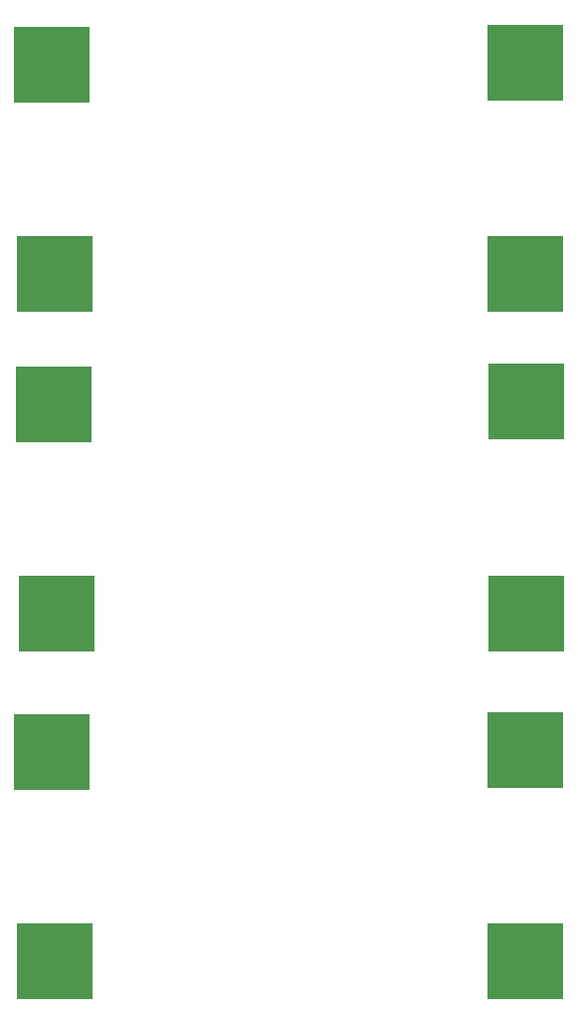
<source format=gbr>
G04 #@! TF.GenerationSoftware,KiCad,Pcbnew,(5.0.2)-1*
G04 #@! TF.CreationDate,2019-05-25T13:24:05-02:30*
G04 #@! TF.ProjectId,PowerPCB,506f7765-7250-4434-922e-6b696361645f,rev?*
G04 #@! TF.SameCoordinates,Original*
G04 #@! TF.FileFunction,Paste,Top*
G04 #@! TF.FilePolarity,Positive*
%FSLAX46Y46*%
G04 Gerber Fmt 4.6, Leading zero omitted, Abs format (unit mm)*
G04 Created by KiCad (PCBNEW (5.0.2)-1) date 5/25/2019 1:24:05 PM*
%MOMM*%
%LPD*%
G01*
G04 APERTURE LIST*
%ADD10R,6.500000X6.500000*%
G04 APERTURE END LIST*
D10*
G04 #@! TO.C,U2*
X117000000Y-123560000D03*
X117000000Y-141560000D03*
X77000000Y-141560000D03*
X76750000Y-123810000D03*
G04 #@! TD*
G04 #@! TO.C,U3*
X76900000Y-94250000D03*
X77150000Y-112000000D03*
X117150000Y-112000000D03*
X117150000Y-94000000D03*
G04 #@! TD*
G04 #@! TO.C,U4*
X117000000Y-65140000D03*
X117000000Y-83140000D03*
X77000000Y-83140000D03*
X76750000Y-65390000D03*
G04 #@! TD*
M02*

</source>
